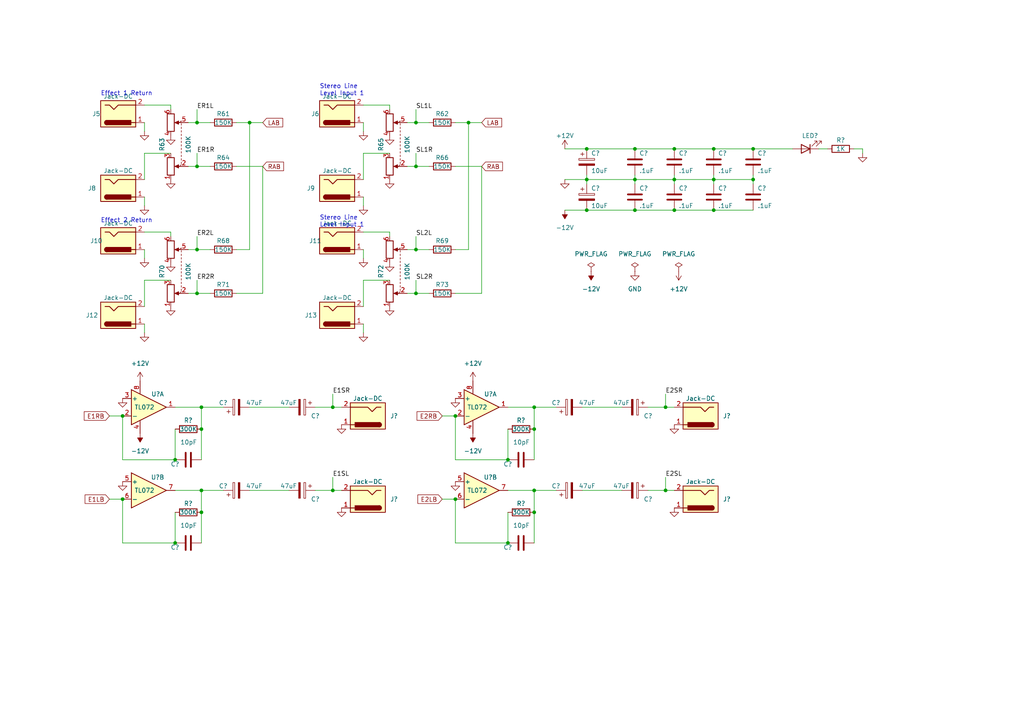
<source format=kicad_sch>
(kicad_sch (version 20211123) (generator eeschema)
  (paper "A4")
  (lib_symbols
    (symbol "Amplifier_Operational:TL072" (pin_names (offset 0.127))
      (property "Reference" "U" (at 0 5.08 0))
      (property "Value" "TL072" (at 0 -5.08 0))
      (symbol "TL072_1_1"
        (polyline (pts (xy -5.08 5.08) (xy 5.08 0) (xy -5.08 -5.08) (xy -5.08 5.08)) (stroke (width 0.254)) (fill (type background)))
        (pin output line (at 7.62 0 180) (length 2.54) (name "~") (number "1"))
        (pin input line (at -7.62 -2.54 0) (length 2.54) (name "-") (number "2"))
        (pin input line (at -7.62 2.54 0) (length 2.54) (name "+") (number "3"))
      )
      (symbol "TL072_2_1"
        (polyline (pts (xy -5.08 5.08) (xy 5.08 0) (xy -5.08 -5.08) (xy -5.08 5.08)) (stroke (width 0.254)) (fill (type background)))
        (pin input line (at -7.62 2.54 0) (length 2.54) (name "+") (number "5"))
        (pin input line (at -7.62 -2.54 0) (length 2.54) (name "-") (number "6"))
        (pin output line (at 7.62 0 180) (length 2.54) (name "~") (number "7"))
      )
      (symbol "TL072_3_1"
        (pin power_in line (at -2.54 -7.62 90) (length 3.81) (name "V-") (number "4"))
        (pin power_in line (at -2.54 7.62 270) (length 3.81) (name "V+") (number "8"))
      )
    )
    (symbol "Connector:Jack-DC" (pin_names (offset 1.016))
      (property "Reference" "J" (at 0 5.334 0))
      (property "Value" "Jack-DC" (at 0 -5.08 0))
      (symbol "Jack-DC_0_1"
        (rectangle (start -5.08 3.81) (end 5.08 -3.81) (stroke (width 0.254)) (fill (type background)))
        (arc (start -3.302 3.175) (mid -3.937 2.54) (end -3.302 1.905) (stroke (width 0.254)))
        (arc (start -3.302 3.175) (mid -3.937 2.54) (end -3.302 1.905) (stroke (width 0.254)) (fill (type outline)))
        (polyline (pts (xy 5.08 2.54) (xy 3.81 2.54)) (stroke (width 0.254)))
        (polyline (pts (xy -3.81 -2.54) (xy -2.54 -2.54) (xy -1.27 -1.27) (xy 0 -2.54) (xy 2.54 -2.54) (xy 5.08 -2.54)) (stroke (width 0.254)))
        (rectangle (start 3.683 3.175) (end -3.302 1.905) (stroke (width 0.254)) (fill (type outline)))
      )
      (symbol "Jack-DC_1_1"
        (pin passive line (at 7.62 2.54 180) (length 2.54) (name "~") (number "1"))
        (pin passive line (at 7.62 -2.54 180) (length 2.54) (name "~") (number "2"))
      )
    )
    (symbol "Device:C" (pin_numbers hide) (pin_names (offset 0.254))
      (property "Reference" "C" (at 0.635 2.54 0))
      (property "Value" "C" (at 0.635 -2.54 0))
      (symbol "C_0_1"
        (polyline (pts (xy -2.032 -0.762) (xy 2.032 -0.762)) (stroke (width 0.508)))
        (polyline (pts (xy -2.032 0.762) (xy 2.032 0.762)) (stroke (width 0.508)))
      )
      (symbol "C_1_1"
        (pin passive line (at 0 3.81 270) (length 2.794) (name "~") (number "1"))
        (pin passive line (at 0 -3.81 90) (length 2.794) (name "~") (number "2"))
      )
    )
    (symbol "Device:C_Polarized" (pin_numbers hide) (pin_names (offset 0.254))
      (property "Reference" "C" (at 0.635 2.54 0))
      (property "Value" "C_Polarized" (at 0.635 -2.54 0))
      (symbol "C_Polarized_0_1"
        (rectangle (start -2.286 0.508) (end 2.286 1.016))
        (polyline (pts (xy -1.778 2.286) (xy -0.762 2.286)))
        (polyline (pts (xy -1.27 2.794) (xy -1.27 1.778)))
        (rectangle (start 2.286 -0.508) (end -2.286 -1.016) (fill (type outline)))
      )
      (symbol "C_Polarized_1_1"
        (pin passive line (at 0 3.81 270) (length 2.794) (name "~") (number "1"))
        (pin passive line (at 0 -3.81 90) (length 2.794) (name "~") (number "2"))
      )
    )
    (symbol "Device:LED" (pin_numbers hide) (pin_names (offset 1.016) hide)
      (property "Reference" "D" (at 0 2.54 0))
      (property "Value" "LED" (at 0 -2.54 0))
      (symbol "LED_0_1"
        (polyline (pts (xy -1.27 -1.27) (xy -1.27 1.27)) (stroke (width 0.254)))
        (polyline (pts (xy -1.27 0) (xy 1.27 0)))
        (polyline (pts (xy 1.27 -1.27) (xy 1.27 1.27) (xy -1.27 0) (xy 1.27 -1.27)) (stroke (width 0.254)))
        (polyline (pts (xy -3.048 -0.762) (xy -4.572 -2.286) (xy -3.81 -2.286) (xy -4.572 -2.286) (xy -4.572 -1.524)))
        (polyline (pts (xy -1.778 -0.762) (xy -3.302 -2.286) (xy -2.54 -2.286) (xy -3.302 -2.286) (xy -3.302 -1.524)))
      )
      (symbol "LED_1_1"
        (pin passive line (at -3.81 0 0) (length 2.54) (name "K") (number "1"))
        (pin passive line (at 3.81 0 180) (length 2.54) (name "A") (number "2"))
      )
    )
    (symbol "Device:R" (pin_numbers hide) (pin_names (offset 0))
      (property "Reference" "R" (at 2.032 0 90))
      (property "Value" "R" (at 0 0 90))
      (symbol "R_0_1"
        (rectangle (start -1.016 -2.54) (end 1.016 2.54) (stroke (width 0.254)))
      )
      (symbol "R_1_1"
        (pin passive line (at 0 3.81 270) (length 1.27) (name "~") (number "1"))
        (pin passive line (at 0 -3.81 90) (length 1.27) (name "~") (number "2"))
      )
    )
    (symbol "TL072_2" (pin_names (offset 0.127) hide)
      (property "Reference" "U" (at 0 5.08 0))
      (property "Value" "TL072_2" (at 0 -5.08 0))
      (symbol "TL072_2_1_1"
        (polyline (pts (xy -5.08 5.08) (xy 5.08 0) (xy -5.08 -5.08) (xy -5.08 5.08)) (stroke (width 0.254)) (fill (type background)))
        (pin output line (at 7.62 0 180) (length 2.54) (name "~") (number "1"))
        (pin input line (at -7.62 -2.54 0) (length 2.54) (name "-") (number "2"))
        (pin input line (at -7.62 2.54 0) (length 2.54) (name "+") (number "3"))
      )
      (symbol "TL072_2_2_1"
        (polyline (pts (xy -5.08 5.08) (xy 5.08 0) (xy -5.08 -5.08) (xy -5.08 5.08)) (stroke (width 0.254)) (fill (type background)))
        (pin input line (at -7.62 2.54 0) (length 2.54) (name "+") (number "5"))
        (pin input line (at -7.62 -2.54 0) (length 2.54) (name "-") (number "6"))
        (pin output line (at 7.62 0 180) (length 2.54) (name "~") (number "7"))
      )
      (symbol "TL072_2_3_1"
        (pin power_in line (at -2.54 -7.62 90) (length 3.81) (name "V-") (number "4"))
        (pin power_in line (at -2.54 7.62 270) (length 3.81) (name "V+") (number "8"))
      )
    )
    (symbol "TL072_3" (pin_names (offset 0.127) hide)
      (property "Reference" "U" (at 0 5.08 0))
      (property "Value" "TL072_3" (at 0 -5.08 0))
      (symbol "TL072_3_1_1"
        (polyline (pts (xy -5.08 5.08) (xy 5.08 0) (xy -5.08 -5.08) (xy -5.08 5.08)) (stroke (width 0.254)) (fill (type background)))
        (pin output line (at 7.62 0 180) (length 2.54) (name "~") (number "1"))
        (pin input line (at -7.62 -2.54 0) (length 2.54) (name "-") (number "2"))
        (pin input line (at -7.62 2.54 0) (length 2.54) (name "+") (number "3"))
      )
      (symbol "TL072_3_2_1"
        (polyline (pts (xy -5.08 5.08) (xy 5.08 0) (xy -5.08 -5.08) (xy -5.08 5.08)) (stroke (width 0.254)) (fill (type background)))
        (pin input line (at -7.62 2.54 0) (length 2.54) (name "+") (number "5"))
        (pin input line (at -7.62 -2.54 0) (length 2.54) (name "-") (number "6"))
        (pin output line (at 7.62 0 180) (length 2.54) (name "~") (number "7"))
      )
      (symbol "TL072_3_3_1"
        (pin power_in line (at -2.54 -7.62 90) (length 3.81) (name "V-") (number "4"))
        (pin power_in line (at -2.54 7.62 270) (length 3.81) (name "V+") (number "8"))
      )
    )
    (symbol "dhk:R_Potentiometer_Dual_Audio_Taper" (pin_names (offset 1.016) hide)
      (property "Reference" "RV" (at 0 3.81 0))
      (property "Value" "R_Potentiometer_Dual_Audio_Taper" (at 0 1.905 0))
      (symbol "R_Potentiometer_Dual_Audio_Taper_0_1"
        (rectangle (start -8.89 -1.524) (end -3.81 -3.556) (stroke (width 0.254)))
        (polyline (pts (xy -6.35 0) (xy -6.35 -1.016)))
        (polyline (pts (xy -6.35 0) (xy -6.35 -1.016)))
        (polyline (pts (xy -6.35 0) (xy -5.842 0.508)))
        (polyline (pts (xy -5.588 0.508) (xy -5.08 0.508)))
        (polyline (pts (xy -4.572 0.508) (xy -4.064 0.508)))
        (polyline (pts (xy -3.556 0.508) (xy -3.048 0.508)))
        (polyline (pts (xy -2.54 0.508) (xy -2.032 0.508)))
        (polyline (pts (xy -1.524 0.508) (xy -1.016 0.508)))
        (polyline (pts (xy -0.508 0.508) (xy 0 0.508)))
        (polyline (pts (xy 0.508 0.508) (xy 1.016 0.508)))
        (polyline (pts (xy 1.524 0.508) (xy 2.032 0.508)))
        (polyline (pts (xy 2.54 0.508) (xy 3.048 0.508)))
        (polyline (pts (xy 3.556 0.508) (xy 4.064 0.508)))
        (polyline (pts (xy 4.572 0.508) (xy 5.08 0.508)))
        (polyline (pts (xy 5.588 0.508) (xy 6.096 0.508)))
        (polyline (pts (xy 6.35 0) (xy 6.35 -1.016)))
        (polyline (pts (xy 6.35 0) (xy 6.35 -1.016)))
        (polyline (pts (xy 6.604 0.508) (xy 6.858 0.508) (xy 6.35 0)))
        (polyline (pts (xy -6.35 -1.397) (xy -6.858 -0.254) (xy -5.842 -0.254) (xy -6.35 -1.397)) (fill (type outline)))
        (polyline (pts (xy 6.35 -1.397) (xy 5.842 -0.254) (xy 6.858 -0.254) (xy 6.35 -1.397)) (fill (type outline)))
        (rectangle (start 3.81 -1.524) (end 8.89 -3.556) (stroke (width 0.254)))
      )
      (symbol "R_Potentiometer_Dual_Audio_Taper_1_1"
        (pin passive line (at -10.16 -2.54 0) (length 1.27) (name "1") (number "1"))
        (pin passive line (at -6.35 2.54 270) (length 2.54) (name "2") (number "2"))
        (pin passive line (at -2.54 -2.54 180) (length 1.27) (name "3") (number "3"))
        (pin passive line (at 2.54 -2.54 0) (length 1.27) (name "4") (number "4"))
        (pin passive line (at 6.35 2.54 270) (length 2.54) (name "5") (number "5"))
        (pin passive line (at 10.16 -2.54 180) (length 1.27) (name "6") (number "6"))
      )
    )
    (symbol "power:+12V" (power) (pin_names (offset 0))
      (property "Value" "+12V" (at 0 3.556 0))
      (symbol "+12V_0_1"
        (polyline (pts (xy -0.762 1.27) (xy 0 2.54)))
        (polyline (pts (xy 0 0) (xy 0 2.54)))
        (polyline (pts (xy 0 2.54) (xy 0.762 1.27)))
      )
      (symbol "+12V_1_1"
        (pin power_in line (at 0 0 90) (length 0) hide (name "+12V") (number "1"))
      )
    )
    (symbol "power:-12V" (power) (pin_names (offset 0))
      (property "Value" "-12V" (at 0 3.81 0))
      (symbol "-12V_0_0"
        (pin power_in line (at 0 0 90) (length 0) hide (name "-12V") (number "1"))
      )
      (symbol "-12V_0_1"
        (polyline (pts (xy 0 0) (xy 0 1.27) (xy 0.762 1.27) (xy 0 2.54) (xy -0.762 1.27) (xy 0 1.27)) (fill (type outline)))
      )
    )
    (symbol "power:GND" (power) (pin_names (offset 0))
      (property "Value" "GND" (at 0 -3.81 0))
      (symbol "GND_0_1"
        (polyline (pts (xy 0 0) (xy 0 -1.27) (xy 1.27 -1.27) (xy 0 -2.54) (xy -1.27 -1.27) (xy 0 -1.27)))
      )
      (symbol "GND_1_1"
        (pin power_in line (at 0 0 270) (length 0) hide (name "GND") (number "1"))
      )
    )
    (symbol "power:PWR_FLAG" (power) (pin_numbers hide) (pin_names (offset 0) hide)
      (property "Value" "PWR_FLAG" (at 0 3.81 0))
      (symbol "PWR_FLAG_0_0"
        (pin power_out line (at 0 0 90) (length 0) (name "pwr") (number "1"))
      )
      (symbol "PWR_FLAG_0_1"
        (polyline (pts (xy 0 0) (xy 0 1.27) (xy -1.016 1.905) (xy 0 2.54) (xy 1.016 1.905) (xy 0 1.27)))
      )
    )
  )
  (junction (at 147.32 157.48))
  (junction (at 120.65 85.09))
  (junction (at 58.42 142.24))
  (junction (at 193.04 118.11))
  (junction (at 35.56 144.78))
  (junction (at 72.39 35.56))
  (junction (at 154.94 148.59))
  (junction (at 120.65 72.39))
  (junction (at 207.01 43.18))
  (junction (at 58.42 118.11))
  (junction (at 57.15 35.56))
  (junction (at 50.8 133.35))
  (junction (at 35.56 120.65))
  (junction (at 193.04 142.24))
  (junction (at 195.58 52.07))
  (junction (at 170.18 43.18))
  (junction (at 58.42 124.46))
  (junction (at 132.08 144.78))
  (junction (at 147.32 133.35))
  (junction (at 57.15 72.39))
  (junction (at 184.15 52.07))
  (junction (at 57.15 85.09))
  (junction (at 170.18 52.07))
  (junction (at 184.15 60.96))
  (junction (at 154.94 142.24))
  (junction (at 58.42 148.59))
  (junction (at 96.52 118.11))
  (junction (at 50.8 157.48))
  (junction (at 120.65 48.26))
  (junction (at 184.15 43.18))
  (junction (at 195.58 60.96))
  (junction (at 154.94 124.46))
  (junction (at 120.65 35.56))
  (junction (at 170.18 60.96))
  (junction (at 57.15 48.26))
  (junction (at 207.01 60.96))
  (junction (at 195.58 43.18))
  (junction (at 96.52 142.24))
  (junction (at 154.94 118.11))
  (junction (at 132.08 120.65))
  (junction (at 218.44 43.18))
  (junction (at 218.44 52.07))
  (junction (at 135.89 35.56))
  (junction (at 207.01 52.07))
  (wire (pts (xy 170.18 60.96) (xy 184.15 60.96)))
  (wire (pts (xy 35.56 157.48) (xy 50.8 157.48)))
  (wire (pts (xy 154.94 118.11) (xy 154.94 124.46)))
  (wire (pts (xy 154.94 124.46) (xy 154.94 133.35)))
  (wire (pts (xy 57.15 72.39) (xy 60.96 72.39)))
  (wire (pts (xy 96.52 138.43) (xy 96.52 142.24)))
  (wire (pts (xy 195.58 43.18) (xy 207.01 43.18)))
  (wire (pts (xy 41.91 93.98) (xy 41.91 96.52)))
  (wire (pts (xy 120.65 48.26) (xy 124.46 48.26)))
  (wire (pts (xy 132.08 35.56) (xy 135.89 35.56)))
  (wire (pts (xy 41.91 88.9) (xy 41.91 81.28)))
  (wire (pts (xy 218.44 43.18) (xy 229.87 43.18)))
  (wire (pts (xy 193.04 118.11) (xy 195.58 118.11)))
  (wire (pts (xy 132.08 133.35) (xy 147.32 133.35)))
  (wire (pts (xy 120.65 85.09) (xy 124.46 85.09)))
  (wire (pts (xy 58.42 118.11) (xy 64.77 118.11)))
  (wire (pts (xy 139.7 48.26) (xy 139.7 85.09)))
  (wire (pts (xy 105.41 72.39) (xy 105.41 74.93)))
  (wire (pts (xy 41.91 81.28) (xy 49.53 81.28)))
  (wire (pts (xy 118.11 48.26) (xy 120.65 48.26)))
  (wire (pts (xy 154.94 118.11) (xy 161.29 118.11)))
  (wire (pts (xy 132.08 120.65) (xy 132.08 133.35)))
  (wire (pts (xy 135.89 72.39) (xy 132.08 72.39)))
  (wire (pts (xy 105.41 30.48) (xy 113.03 30.48)))
  (wire (pts (xy 170.18 43.18) (xy 184.15 43.18)))
  (wire (pts (xy 57.15 48.26) (xy 60.96 48.26)))
  (wire (pts (xy 41.91 52.07) (xy 41.91 44.45)))
  (wire (pts (xy 207.01 43.18) (xy 218.44 43.18)))
  (wire (pts (xy 105.41 81.28) (xy 113.03 81.28)))
  (wire (pts (xy 154.94 142.24) (xy 161.29 142.24)))
  (wire (pts (xy 184.15 60.96) (xy 195.58 60.96)))
  (wire (pts (xy 68.58 48.26) (xy 76.2 48.26)))
  (wire (pts (xy 76.2 48.26) (xy 76.2 85.09)))
  (wire (pts (xy 218.44 50.8) (xy 218.44 52.07)))
  (wire (pts (xy 96.52 142.24) (xy 99.06 142.24)))
  (wire (pts (xy 193.04 114.3) (xy 193.04 118.11)))
  (wire (pts (xy 54.61 85.09) (xy 57.15 85.09)))
  (wire (pts (xy 207.01 52.07) (xy 218.44 52.07)))
  (wire (pts (xy 35.56 144.78) (xy 35.56 157.48)))
  (wire (pts (xy 49.53 67.31) (xy 49.53 68.58)))
  (wire (pts (xy 113.03 30.48) (xy 113.03 31.75)))
  (wire (pts (xy 147.32 118.11) (xy 154.94 118.11)))
  (wire (pts (xy 91.44 142.24) (xy 96.52 142.24)))
  (wire (pts (xy 128.27 120.65) (xy 132.08 120.65)))
  (wire (pts (xy 50.8 118.11) (xy 58.42 118.11)))
  (wire (pts (xy 147.32 142.24) (xy 154.94 142.24)))
  (wire (pts (xy 147.32 148.59) (xy 147.32 157.48)))
  (wire (pts (xy 120.65 44.45) (xy 120.65 48.26)))
  (wire (pts (xy 193.04 138.43) (xy 193.04 142.24)))
  (wire (pts (xy 218.44 52.07) (xy 218.44 53.34)))
  (wire (pts (xy 91.44 118.11) (xy 96.52 118.11)))
  (wire (pts (xy 168.91 118.11) (xy 180.34 118.11)))
  (wire (pts (xy 135.89 35.56) (xy 135.89 72.39)))
  (wire (pts (xy 193.04 142.24) (xy 195.58 142.24)))
  (wire (pts (xy 50.8 148.59) (xy 50.8 157.48)))
  (wire (pts (xy 72.39 35.56) (xy 76.2 35.56)))
  (wire (pts (xy 118.11 85.09) (xy 120.65 85.09)))
  (wire (pts (xy 54.61 35.56) (xy 57.15 35.56)))
  (wire (pts (xy 96.52 114.3) (xy 96.52 118.11)))
  (wire (pts (xy 170.18 52.07) (xy 170.18 53.34)))
  (wire (pts (xy 41.91 67.31) (xy 49.53 67.31)))
  (wire (pts (xy 57.15 81.28) (xy 57.15 85.09)))
  (wire (pts (xy 184.15 50.8) (xy 184.15 52.07)))
  (wire (pts (xy 57.15 31.75) (xy 57.15 35.56)))
  (wire (pts (xy 105.41 52.07) (xy 105.41 44.45)))
  (wire (pts (xy 57.15 35.56) (xy 60.96 35.56)))
  (wire (pts (xy 72.39 118.11) (xy 83.82 118.11)))
  (wire (pts (xy 120.65 72.39) (xy 124.46 72.39)))
  (wire (pts (xy 207.01 52.07) (xy 207.01 53.34)))
  (wire (pts (xy 58.42 124.46) (xy 58.42 133.35)))
  (wire (pts (xy 57.15 85.09) (xy 60.96 85.09)))
  (wire (pts (xy 250.19 43.18) (xy 250.19 44.45)))
  (wire (pts (xy 207.01 50.8) (xy 207.01 52.07)))
  (wire (pts (xy 163.83 60.96) (xy 170.18 60.96)))
  (wire (pts (xy 128.27 144.78) (xy 132.08 144.78)))
  (wire (pts (xy 41.91 30.48) (xy 49.53 30.48)))
  (wire (pts (xy 120.65 31.75) (xy 120.65 35.56)))
  (wire (pts (xy 49.53 30.48) (xy 49.53 31.75)))
  (wire (pts (xy 72.39 72.39) (xy 68.58 72.39)))
  (wire (pts (xy 120.65 68.58) (xy 120.65 72.39)))
  (wire (pts (xy 154.94 142.24) (xy 154.94 148.59)))
  (wire (pts (xy 76.2 85.09) (xy 68.58 85.09)))
  (wire (pts (xy 187.96 142.24) (xy 193.04 142.24)))
  (wire (pts (xy 184.15 43.18) (xy 195.58 43.18)))
  (wire (pts (xy 187.96 118.11) (xy 193.04 118.11)))
  (wire (pts (xy 68.58 35.56) (xy 72.39 35.56)))
  (wire (pts (xy 132.08 157.48) (xy 147.32 157.48)))
  (wire (pts (xy 184.15 52.07) (xy 195.58 52.07)))
  (wire (pts (xy 72.39 142.24) (xy 83.82 142.24)))
  (wire (pts (xy 118.11 35.56) (xy 120.65 35.56)))
  (wire (pts (xy 72.39 35.56) (xy 72.39 72.39)))
  (wire (pts (xy 168.91 142.24) (xy 180.34 142.24)))
  (wire (pts (xy 50.8 124.46) (xy 50.8 133.35)))
  (wire (pts (xy 58.42 148.59) (xy 58.42 157.48)))
  (wire (pts (xy 54.61 72.39) (xy 57.15 72.39)))
  (wire (pts (xy 154.94 148.59) (xy 154.94 157.48)))
  (wire (pts (xy 96.52 118.11) (xy 99.06 118.11)))
  (wire (pts (xy 105.41 93.98) (xy 105.41 96.52)))
  (wire (pts (xy 57.15 44.45) (xy 57.15 48.26)))
  (wire (pts (xy 132.08 48.26) (xy 139.7 48.26)))
  (wire (pts (xy 195.58 52.07) (xy 195.58 53.34)))
  (wire (pts (xy 195.58 52.07) (xy 207.01 52.07)))
  (wire (pts (xy 58.42 142.24) (xy 58.42 148.59)))
  (wire (pts (xy 170.18 52.07) (xy 184.15 52.07)))
  (wire (pts (xy 247.65 43.18) (xy 250.19 43.18)))
  (wire (pts (xy 195.58 50.8) (xy 195.58 52.07)))
  (wire (pts (xy 147.32 124.46) (xy 147.32 133.35)))
  (wire (pts (xy 195.58 60.96) (xy 207.01 60.96)))
  (wire (pts (xy 170.18 50.8) (xy 170.18 52.07)))
  (wire (pts (xy 163.83 43.18) (xy 170.18 43.18)))
  (wire (pts (xy 163.83 52.07) (xy 170.18 52.07)))
  (wire (pts (xy 207.01 60.96) (xy 218.44 60.96)))
  (wire (pts (xy 120.65 81.28) (xy 120.65 85.09)))
  (wire (pts (xy 54.61 48.26) (xy 57.15 48.26)))
  (wire (pts (xy 31.75 144.78) (xy 35.56 144.78)))
  (wire (pts (xy 132.08 144.78) (xy 132.08 157.48)))
  (wire (pts (xy 105.41 88.9) (xy 105.41 81.28)))
  (wire (pts (xy 58.42 118.11) (xy 58.42 124.46)))
  (wire (pts (xy 120.65 35.56) (xy 124.46 35.56)))
  (wire (pts (xy 31.75 120.65) (xy 35.56 120.65)))
  (wire (pts (xy 57.15 68.58) (xy 57.15 72.39)))
  (wire (pts (xy 139.7 85.09) (xy 132.08 85.09)))
  (wire (pts (xy 58.42 142.24) (xy 64.77 142.24)))
  (wire (pts (xy 35.56 133.35) (xy 50.8 133.35)))
  (wire (pts (xy 41.91 35.56) (xy 41.91 38.1)))
  (wire (pts (xy 105.41 35.56) (xy 105.41 38.1)))
  (wire (pts (xy 41.91 44.45) (xy 49.53 44.45)))
  (wire (pts (xy 41.91 57.15) (xy 41.91 59.69)))
  (wire (pts (xy 237.49 43.18) (xy 240.03 43.18)))
  (wire (pts (xy 105.41 57.15) (xy 105.41 59.69)))
  (wire (pts (xy 105.41 44.45) (xy 113.03 44.45)))
  (wire (pts (xy 135.89 35.56) (xy 139.7 35.56)))
  (wire (pts (xy 50.8 142.24) (xy 58.42 142.24)))
  (wire (pts (xy 113.03 67.31) (xy 113.03 68.58)))
  (wire (pts (xy 105.41 67.31) (xy 113.03 67.31)))
  (wire (pts (xy 118.11 72.39) (xy 120.65 72.39)))
  (wire (pts (xy 35.56 120.65) (xy 35.56 133.35)))
  (wire (pts (xy 184.15 52.07) (xy 184.15 53.34)))
  (wire (pts (xy 41.91 72.39) (xy 41.91 74.93)))
  (text "Effect 2 Return" (at 29.21 64.77 0) (effects (font (size 1.27 1.27)) (justify left bottom)))
  (text "Stereo Line \nLevel Input 1" (at 92.71 27.94 0) (effects (font (size 1.27 1.27)) (justify left bottom)))
  (text "Stereo Line \nLevel Input 1" (at 92.71 66.04 0) (effects (font (size 1.27 1.27)) (justify left bottom)))
  (text "Effect 1 Return" (at 29.21 27.94 0) (effects (font (size 1.27 1.27)) (justify left bottom)))
  (label "ER1L" (at 57.15 31.75 0))
  (label "SL1L" (at 120.65 31.75 0))
  (label "E1SL" (at 96.52 138.43 0))
  (label "SL1R" (at 120.65 44.45 0))
  (label "SL2R" (at 120.65 81.28 0))
  (label "ER2L" (at 57.15 68.58 0))
  (label "E2SL" (at 193.04 138.43 0))
  (label "ER1R" (at 57.15 44.45 0))
  (label "SL2L" (at 120.65 68.58 0))
  (label "E2SR" (at 193.04 114.3 0))
  (label "E1SR" (at 96.52 114.3 0))
  (label "ER2R" (at 57.15 81.28 0))
  (global_label "E1RB" (shape input) (at 31.75 120.65 180) (property "Intersheet References" "${INTERSHEET_REFS}" (effects hide)))
  (global_label "RAB" (shape input) (at 76.2 48.26 0) (property "Intersheet References" "${INTERSHEET_REFS}" (effects hide)))
  (global_label "E1LB" (shape input) (at 31.75 144.78 180) (property "Intersheet References" "${INTERSHEET_REFS}" (effects hide)))
  (global_label "LAB" (shape input) (at 139.7 35.56 0) (property "Intersheet References" "${INTERSHEET_REFS}" (effects hide)))
  (global_label "E2LB" (shape input) (at 128.27 144.78 180) (property "Intersheet References" "${INTERSHEET_REFS}" (effects hide)))
  (global_label "LAB" (shape input) (at 76.2 35.56 0) (property "Intersheet References" "${INTERSHEET_REFS}" (effects hide)))
  (global_label "RAB" (shape input) (at 139.7 48.26 0) (property "Intersheet References" "${INTERSHEET_REFS}" (effects hide)))
  (global_label "E2RB" (shape input) (at 128.27 120.65 180) (property "Intersheet References" "${INTERSHEET_REFS}" (effects hide)))
  (symbol (lib_id "power:GND") (at 105.41 74.93 0) (unit 1)
    (property "Reference" "#PWR0106" (effects hide))
    (property "Value" "GND" (effects hide))
  )
  (symbol (lib_id "Device:R") (at 54.61 148.59 90) (unit 1)
    (property "Reference" "R?" (at 54.61 146.05 90))
    (property "Value" "300K" (at 54.61 148.59 90))
  )
  (symbol (lib_id "Device:C") (at 218.44 57.15 0) (unit 1)
    (property "Reference" "C?" (at 219.71 54.61 0) (effects (justify left)))
    (property "Value" ".1uF" (at 219.71 59.69 0) (effects (justify left)))
  )
  (symbol (lib_id "Connector:Jack-DC") (at 97.79 91.44 0) (mirror x) (unit 1)
    (property "Reference" "J13" (at 90.17 91.44 0))
    (property "Value" "Jack-DC" (at 97.79 86.36 0))
  )
  (symbol (lib_id "power:GND") (at 35.56 115.57 0) (unit 1)
    (property "Reference" "#PWR?" (effects hide))
    (property "Value" "GND" (effects hide))
  )
  (symbol (lib_id "power:GND") (at 49.53 76.2 0) (unit 1)
    (property "Reference" "#PWR0174" (effects hide))
    (property "Value" "GND" (effects hide))
  )
  (symbol (lib_id "power:-12V") (at 137.16 125.73 0) (mirror x) (unit 1)
    (property "Reference" "#PWR?" (effects hide))
    (property "Value" "-12V" (at 137.16 130.81 0))
  )
  (symbol (lib_id "Device:R") (at 54.61 124.46 90) (unit 1)
    (property "Reference" "R?" (at 54.61 121.92 90))
    (property "Value" "300K" (at 54.61 124.46 90))
  )
  (symbol (lib_id "power:GND") (at 105.41 96.52 0) (unit 1)
    (property "Reference" "#PWR0107" (effects hide))
    (property "Value" "GND" (effects hide))
  )
  (symbol (lib_id "power:GND") (at 184.15 78.74 0) (mirror y) (unit 1)
    (property "Reference" "#PWR?" (effects hide))
    (property "Value" "GND" (at 184.15 83.82 0))
  )
  (symbol (lib_id "Connector:Jack-DC") (at 97.79 69.85 0) (mirror x) (unit 1)
    (property "Reference" "J11" (at 91.44 69.85 0))
    (property "Value" "Jack-DC" (at 97.79 64.77 0))
  )
  (symbol (lib_id "Device:C_Polarized") (at 87.63 118.11 270) (unit 1)
    (property "Reference" "C?" (at 90.17 120.65 90) (effects (justify left)))
    (property "Value" "47uF" (at 81.28 116.84 90) (effects (justify left)))
  )
  (symbol (lib_id "power:GND") (at 113.03 88.9 0) (unit 1)
    (property "Reference" "#PWR0108" (effects hide))
    (property "Value" "GND" (effects hide))
  )
  (symbol (lib_id "power:GND") (at 49.53 88.9 0) (unit 1)
    (property "Reference" "#PWR0170" (effects hide))
    (property "Value" "GND" (effects hide))
  )
  (symbol (lib_id "Amplifier_Operational:TL072") (at 43.18 142.24 0) (unit 2)
    (property "Reference" "U?" (at 45.72 138.43 0))
    (property "Value" "TL072" (at 41.91 142.24 0))
    (property "Datasheet" "http://www.ti.com/lit/ds/symlink/tl071.pdf" (effects hide))
  )
  (symbol (lib_id "dhk:R_Potentiometer_Dual_Audio_Taper") (at 52.07 41.91 270) (mirror x) (unit 1)
    (property "Reference" "R63" (at 46.99 41.91 0))
    (property "Value" "100K" (at 54.61 41.91 0))
  )
  (symbol (lib_id "Device:R") (at 151.13 148.59 90) (unit 1)
    (property "Reference" "R?" (at 151.13 146.05 90))
    (property "Value" "300K" (at 151.13 148.59 90))
  )
  (symbol (lib_id "power:GND") (at 250.19 44.45 0) (unit 1)
    (property "Reference" "#PWR?" (effects hide))
    (property "Value" "GND" (effects hide))
  )
  (symbol (lib_id "Device:R") (at 243.84 43.18 90) (unit 1)
    (property "Reference" "R?" (at 243.84 40.64 90))
    (property "Value" "1K" (at 243.84 43.18 90))
  )
  (symbol (lib_id "Connector:Jack-DC") (at 34.29 54.61 0) (mirror x) (unit 1)
    (property "Reference" "J8" (at 26.67 54.61 0))
    (property "Value" "Jack-DC" (at 34.29 49.53 0))
  )
  (symbol (lib_id "Device:C") (at 195.58 57.15 0) (unit 1)
    (property "Reference" "C?" (at 196.85 54.61 0) (effects (justify left)))
    (property "Value" ".1uF" (at 196.85 59.69 0) (effects (justify left)))
  )
  (symbol (lib_id "Device:C") (at 54.61 157.48 90) (unit 1)
    (property "Reference" "C?" (at 52.07 158.75 90) (effects (justify left)))
    (property "Value" "10pF" (at 57.15 152.4 90) (effects (justify left)))
  )
  (symbol (lib_id "dhk:R_Potentiometer_Dual_Audio_Taper") (at 115.57 41.91 270) (mirror x) (unit 1)
    (property "Reference" "R65" (at 110.49 41.91 0))
    (property "Value" "100K" (at 118.11 41.91 0))
  )
  (symbol (lib_id "power:-12V") (at 171.45 78.74 180) (unit 1)
    (property "Reference" "#PWR?" (effects hide))
    (property "Value" "-12V" (at 171.45 83.82 0))
  )
  (symbol (lib_id "Connector:Jack-DC") (at 203.2 120.65 180) (unit 1)
    (property "Reference" "J?" (at 210.82 120.65 0))
    (property "Value" "Jack-DC" (at 203.2 115.57 0))
  )
  (symbol (lib_id "power:GND") (at 41.91 96.52 0) (unit 1)
    (property "Reference" "#PWR0180" (effects hide))
    (property "Value" "GND" (effects hide))
  )
  (symbol (lib_id "Device:C_Polarized") (at 184.15 118.11 270) (unit 1)
    (property "Reference" "C?" (at 186.69 120.65 90) (effects (justify left)))
    (property "Value" "47uF" (at 177.8 116.84 90) (effects (justify left)))
  )
  (symbol (lib_id "power:+12V") (at 196.85 78.74 180) (unit 1)
    (property "Reference" "#PWR?" (effects hide))
    (property "Value" "+12V" (at 196.85 83.82 0))
  )
  (symbol (lib_id "Device:C") (at 184.15 46.99 0) (unit 1)
    (property "Reference" "C?" (at 185.42 44.45 0) (effects (justify left)))
    (property "Value" ".1uF" (at 185.42 49.53 0) (effects (justify left)))
  )
  (symbol (lib_name "TL072_3") (lib_id "Amplifier_Operational:TL072") (at 139.7 118.11 0) (unit 3)
    (property "Reference" "U?" (effects hide))
    (property "Value" "TL072" (effects hide))
    (property "Datasheet" "http://www.ti.com/lit/ds/symlink/tl071.pdf" (effects hide))
  )
  (symbol (lib_id "Device:C_Polarized") (at 184.15 142.24 270) (unit 1)
    (property "Reference" "C?" (at 186.69 144.78 90) (effects (justify left)))
    (property "Value" "47uF" (at 177.8 140.97 90) (effects (justify left)))
  )
  (symbol (lib_id "Device:C") (at 151.13 133.35 90) (unit 1)
    (property "Reference" "C?" (at 148.59 134.62 90) (effects (justify left)))
    (property "Value" "10pF" (at 153.67 128.27 90) (effects (justify left)))
  )
  (symbol (lib_id "Amplifier_Operational:TL072") (at 43.18 118.11 0) (unit 1)
    (property "Reference" "U?" (at 45.72 114.3 0))
    (property "Value" "TL072" (at 41.91 118.11 0))
    (property "Datasheet" "http://www.ti.com/lit/ds/symlink/tl071.pdf" (effects hide))
  )
  (symbol (lib_id "Device:C") (at 207.01 46.99 0) (unit 1)
    (property "Reference" "C?" (at 208.28 44.45 0) (effects (justify left)))
    (property "Value" ".1uF" (at 208.28 49.53 0) (effects (justify left)))
  )
  (symbol (lib_id "Connector:Jack-DC") (at 97.79 54.61 0) (mirror x) (unit 1)
    (property "Reference" "J9" (at 90.17 54.61 0))
    (property "Value" "Jack-DC" (at 97.79 49.53 0))
  )
  (symbol (lib_id "Device:C_Polarized") (at 165.1 118.11 90) (unit 1)
    (property "Reference" "C?" (at 162.56 116.84 90) (effects (justify left)))
    (property "Value" "47uF" (at 172.72 116.84 90) (effects (justify left)))
  )
  (symbol (lib_id "power:GND") (at 41.91 59.69 0) (unit 1)
    (property "Reference" "#PWR0171" (effects hide))
    (property "Value" "GND" (effects hide))
  )
  (symbol (lib_id "power:GND") (at 49.53 39.37 0) (unit 1)
    (property "Reference" "#PWR0175" (effects hide))
    (property "Value" "GND" (effects hide))
  )
  (symbol (lib_id "dhk:R_Potentiometer_Dual_Audio_Taper") (at 115.57 78.74 270) (mirror x) (unit 1)
    (property "Reference" "R72" (at 110.49 78.74 0))
    (property "Value" "100K" (at 118.11 78.74 0))
  )
  (symbol (lib_name "TL072_2") (lib_id "Amplifier_Operational:TL072") (at 43.18 118.11 0) (unit 3)
    (property "Reference" "U?" (effects hide))
    (property "Value" "TL072" (effects hide))
    (property "Datasheet" "http://www.ti.com/lit/ds/symlink/tl071.pdf" (effects hide))
  )
  (symbol (lib_id "Connector:Jack-DC") (at 34.29 69.85 0) (mirror x) (unit 1)
    (property "Reference" "J10" (at 27.94 69.85 0))
    (property "Value" "Jack-DC" (at 34.29 64.77 0))
  )
  (symbol (lib_id "Device:R") (at 64.77 85.09 90) (unit 1)
    (property "Reference" "R71" (at 64.77 82.55 90))
    (property "Value" "150K" (at 64.77 85.09 90))
  )
  (symbol (lib_id "Device:R") (at 128.27 48.26 90) (unit 1)
    (property "Reference" "R66" (at 128.27 45.72 90))
    (property "Value" "150K" (at 128.27 48.26 90))
  )
  (symbol (lib_id "power:GND") (at 163.83 52.07 0) (unit 1)
    (property "Reference" "#PWR?" (effects hide))
    (property "Value" "GND" (effects hide))
  )
  (symbol (lib_id "Device:C") (at 195.58 46.99 0) (unit 1)
    (property "Reference" "C?" (at 196.85 44.45 0) (effects (justify left)))
    (property "Value" ".1uF" (at 196.85 49.53 0) (effects (justify left)))
  )
  (symbol (lib_id "Device:R") (at 151.13 124.46 90) (unit 1)
    (property "Reference" "R?" (at 151.13 121.92 90))
    (property "Value" "300K" (at 151.13 124.46 90))
  )
  (symbol (lib_id "Connector:Jack-DC") (at 106.68 120.65 180) (unit 1)
    (property "Reference" "J?" (at 114.3 120.65 0))
    (property "Value" "Jack-DC" (at 106.68 115.57 0))
  )
  (symbol (lib_id "Connector:Jack-DC") (at 34.29 33.02 0) (mirror x) (unit 1)
    (property "Reference" "J5" (at 27.94 33.02 0))
    (property "Value" "Jack-DC" (at 34.29 27.94 0))
  )
  (symbol (lib_id "Device:C") (at 151.13 157.48 90) (unit 1)
    (property "Reference" "C?" (at 148.59 158.75 90) (effects (justify left)))
    (property "Value" "10pF" (at 153.67 152.4 90) (effects (justify left)))
  )
  (symbol (lib_id "Device:R") (at 64.77 72.39 90) (unit 1)
    (property "Reference" "R68" (at 64.77 69.85 90))
    (property "Value" "150K" (at 64.77 72.39 90))
  )
  (symbol (lib_id "power:-12V") (at 163.83 60.96 0) (mirror x) (unit 1)
    (property "Reference" "#PWR?" (effects hide))
    (property "Value" "-12V" (at 163.83 66.04 0))
  )
  (symbol (lib_id "power:PWR_FLAG") (at 196.85 78.74 0) (unit 1)
    (property "Reference" "#FLG?" (effects hide))
    (property "Value" "PWR_FLAG" (at 196.85 73.66 0))
  )
  (symbol (lib_id "Device:C") (at 218.44 46.99 0) (unit 1)
    (property "Reference" "C?" (at 219.71 44.45 0) (effects (justify left)))
    (property "Value" ".1uF" (at 219.71 49.53 0) (effects (justify left)))
  )
  (symbol (lib_id "power:GND") (at 195.58 123.19 0) (unit 1)
    (property "Reference" "#PWR?" (effects hide))
    (property "Value" "GND" (effects hide))
  )
  (symbol (lib_id "power:+12V") (at 40.64 110.49 0) (unit 1)
    (property "Reference" "#PWR?" (effects hide))
    (property "Value" "+12V" (at 40.64 105.41 0))
  )
  (symbol (lib_id "Device:C_Polarized") (at 165.1 142.24 90) (unit 1)
    (property "Reference" "C?" (at 162.56 140.97 90) (effects (justify left)))
    (property "Value" "47uF" (at 172.72 140.97 90) (effects (justify left)))
  )
  (symbol (lib_id "power:GND") (at 41.91 74.93 0) (unit 1)
    (property "Reference" "#PWR0173" (effects hide))
    (property "Value" "GND" (effects hide))
  )
  (symbol (lib_id "power:PWR_FLAG") (at 171.45 78.74 0) (unit 1)
    (property "Reference" "#FLG?" (effects hide))
    (property "Value" "PWR_FLAG" (at 171.45 73.66 0))
  )
  (symbol (lib_id "power:+12V") (at 163.83 43.18 0) (unit 1)
    (property "Reference" "#PWR?" (effects hide))
    (property "Value" "+12V" (at 163.83 39.37 0))
  )
  (symbol (lib_id "Amplifier_Operational:TL072") (at 139.7 142.24 0) (unit 2)
    (property "Reference" "U?" (at 142.24 138.43 0))
    (property "Value" "TL072" (at 138.43 142.24 0))
    (property "Datasheet" "http://www.ti.com/lit/ds/symlink/tl071.pdf" (effects hide))
  )
  (symbol (lib_id "power:GND") (at 99.06 123.19 0) (unit 1)
    (property "Reference" "#PWR?" (effects hide))
    (property "Value" "GND" (effects hide))
  )
  (symbol (lib_id "Device:C") (at 54.61 133.35 90) (unit 1)
    (property "Reference" "C?" (at 52.07 134.62 90) (effects (justify left)))
    (property "Value" "10pF" (at 57.15 128.27 90) (effects (justify left)))
  )
  (symbol (lib_id "power:GND") (at 195.58 147.32 0) (unit 1)
    (property "Reference" "#PWR?" (effects hide))
    (property "Value" "GND" (effects hide))
  )
  (symbol (lib_id "Connector:Jack-DC") (at 34.29 91.44 0) (mirror x) (unit 1)
    (property "Reference" "J12" (at 26.67 91.44 0))
    (property "Value" "Jack-DC" (at 34.29 86.36 0))
  )
  (symbol (lib_id "Device:C_Polarized") (at 170.18 46.99 0) (unit 1)
    (property "Reference" "C?" (at 171.45 44.45 0) (effects (justify left)))
    (property "Value" "10uF" (at 171.45 49.53 0) (effects (justify left)))
  )
  (symbol (lib_id "power:-12V") (at 40.64 125.73 0) (mirror x) (unit 1)
    (property "Reference" "#PWR?" (effects hide))
    (property "Value" "-12V" (at 40.64 130.81 0))
  )
  (symbol (lib_id "power:GND") (at 132.08 115.57 0) (unit 1)
    (property "Reference" "#PWR?" (effects hide))
    (property "Value" "GND" (effects hide))
  )
  (symbol (lib_id "power:GND") (at 113.03 52.07 0) (unit 1)
    (property "Reference" "#PWR0102" (effects hide))
    (property "Value" "GND" (effects hide))
  )
  (symbol (lib_id "power:GND") (at 105.41 38.1 0) (unit 1)
    (property "Reference" "#PWR0103" (effects hide))
    (property "Value" "GND" (effects hide))
  )
  (symbol (lib_id "Device:C_Polarized") (at 170.18 57.15 0) (unit 1)
    (property "Reference" "C?" (at 171.45 54.61 0) (effects (justify left)))
    (property "Value" "10uF" (at 171.45 59.69 0) (effects (justify left)))
  )
  (symbol (lib_id "Device:C") (at 207.01 57.15 0) (unit 1)
    (property "Reference" "C?" (at 208.28 54.61 0) (effects (justify left)))
    (property "Value" ".1uF" (at 208.28 59.69 0) (effects (justify left)))
  )
  (symbol (lib_id "Device:R") (at 128.27 72.39 90) (unit 1)
    (property "Reference" "R69" (at 128.27 69.85 90))
    (property "Value" "150K" (at 128.27 72.39 90))
  )
  (symbol (lib_id "Amplifier_Operational:TL072") (at 139.7 118.11 0) (unit 1)
    (property "Reference" "U?" (at 142.24 114.3 0))
    (property "Value" "TL072" (at 138.43 118.11 0))
    (property "Datasheet" "http://www.ti.com/lit/ds/symlink/tl071.pdf" (effects hide))
  )
  (symbol (lib_id "Connector:Jack-DC") (at 97.79 33.02 0) (mirror x) (unit 1)
    (property "Reference" "J6" (at 91.44 33.02 0))
    (property "Value" "Jack-DC" (at 97.79 27.94 0))
  )
  (symbol (lib_id "Device:R") (at 64.77 35.56 90) (unit 1)
    (property "Reference" "R61" (at 64.77 33.02 90))
    (property "Value" "150K" (at 64.77 35.56 90))
  )
  (symbol (lib_id "Device:LED") (at 233.68 43.18 180) (unit 1)
    (property "Reference" "LED?" (at 234.95 39.37 0))
    (property "Value" "LED" (effects hide))
  )
  (symbol (lib_id "power:GND") (at 113.03 76.2 0) (unit 1)
    (property "Reference" "#PWR0105" (effects hide))
    (property "Value" "GND" (effects hide))
  )
  (symbol (lib_id "power:GND") (at 113.03 39.37 0) (unit 1)
    (property "Reference" "#PWR0101" (effects hide))
    (property "Value" "GND" (effects hide))
  )
  (symbol (lib_id "Device:R") (at 128.27 35.56 90) (unit 1)
    (property "Reference" "R62" (at 128.27 33.02 90))
    (property "Value" "150K" (at 128.27 35.56 90))
  )
  (symbol (lib_id "power:GND") (at 132.08 139.7 0) (unit 1)
    (property "Reference" "#PWR?" (effects hide))
    (property "Value" "GND" (effects hide))
  )
  (symbol (lib_id "dhk:R_Potentiometer_Dual_Audio_Taper") (at 52.07 78.74 270) (mirror x) (unit 1)
    (property "Reference" "R70" (at 46.99 78.74 0))
    (property "Value" "100K" (at 54.61 78.74 0))
  )
  (symbol (lib_id "Device:C_Polarized") (at 87.63 142.24 270) (unit 1)
    (property "Reference" "C?" (at 90.17 144.78 90) (effects (justify left)))
    (property "Value" "47uF" (at 81.28 140.97 90) (effects (justify left)))
  )
  (symbol (lib_id "Device:R") (at 64.77 48.26 90) (unit 1)
    (property "Reference" "R64" (at 64.77 45.72 90))
    (property "Value" "150K" (at 64.77 48.26 90))
  )
  (symbol (lib_id "power:PWR_FLAG") (at 184.15 78.74 0) (unit 1)
    (property "Reference" "#FLG?" (effects hide))
    (property "Value" "PWR_FLAG" (at 184.15 73.66 0))
  )
  (symbol (lib_id "Device:R") (at 128.27 85.09 90) (unit 1)
    (property "Reference" "R73" (at 128.27 82.55 90))
    (property "Value" "150K" (at 128.27 85.09 90))
  )
  (symbol (lib_id "Device:C_Polarized") (at 68.58 142.24 90) (unit 1)
    (property "Reference" "C?" (at 66.04 140.97 90) (effects (justify left)))
    (property "Value" "47uF" (at 76.2 140.97 90) (effects (justify left)))
  )
  (symbol (lib_id "power:GND") (at 99.06 147.32 0) (unit 1)
    (property "Reference" "#PWR?" (effects hide))
    (property "Value" "GND" (effects hide))
  )
  (symbol (lib_id "Connector:Jack-DC") (at 203.2 144.78 180) (unit 1)
    (property "Reference" "J?" (at 210.82 144.78 0))
    (property "Value" "Jack-DC" (at 203.2 139.7 0))
  )
  (symbol (lib_id "Connector:Jack-DC") (at 106.68 144.78 180) (unit 1)
    (property "Reference" "J?" (at 114.3 144.78 0))
    (property "Value" "Jack-DC" (at 106.68 139.7 0))
  )
  (symbol (lib_id "Device:C") (at 184.15 57.15 0) (unit 1)
    (property "Reference" "C?" (at 185.42 54.61 0) (effects (justify left)))
    (property "Value" ".1uF" (at 185.42 59.69 0) (effects (justify left)))
  )
  (symbol (lib_id "power:+12V") (at 137.16 110.49 0) (unit 1)
    (property "Reference" "#PWR?" (effects hide))
    (property "Value" "+12V" (at 137.16 105.41 0))
  )
  (symbol (lib_id "Device:C_Polarized") (at 68.58 118.11 90) (unit 1)
    (property "Reference" "C?" (at 66.04 116.84 90) (effects (justify left)))
    (property "Value" "47uF" (at 76.2 116.84 90) (effects (justify left)))
  )
  (symbol (lib_id "power:GND") (at 49.53 52.07 0) (unit 1)
    (property "Reference" "#PWR0172" (effects hide))
    (property "Value" "GND" (effects hide))
  )
  (symbol (lib_id "power:GND") (at 105.41 59.69 0) (unit 1)
    (property "Reference" "#PWR0104" (effects hide))
    (property "Value" "GND" (effects hide))
  )
  (symbol (lib_id "power:GND") (at 35.56 139.7 0) (unit 1)
    (property "Reference" "#PWR?" (effects hide))
    (property "Value" "GND" (effects hide))
  )
  (symbol (lib_id "power:GND") (at 41.91 38.1 0) (unit 1)
    (property "Reference" "#PWR0176" (effects hide))
    (property "Value" "GND" (effects hide))
  )
)
</source>
